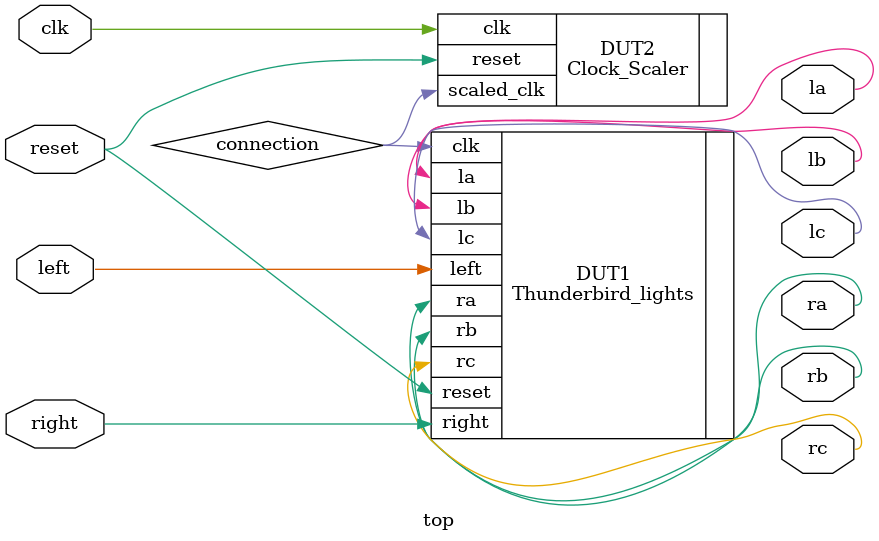
<source format=v>
`timescale 1ns / 1ps


module top(input clk,input reset,input left,input right,output la, lb, lc, ra, rb, rc);

wire connection;

Thunderbird_lights DUT1(
.clk(connection),
.reset(reset),
.left(left),
.right(right),
.la(la),
.lb(lb),
.lc(lc),
.ra(ra),
.rb(rb),
.rc(rc)
);

Clock_Scaler DUT2 (
.clk(clk),
.reset(reset),
.scaled_clk(connection)
);

endmodule


</source>
